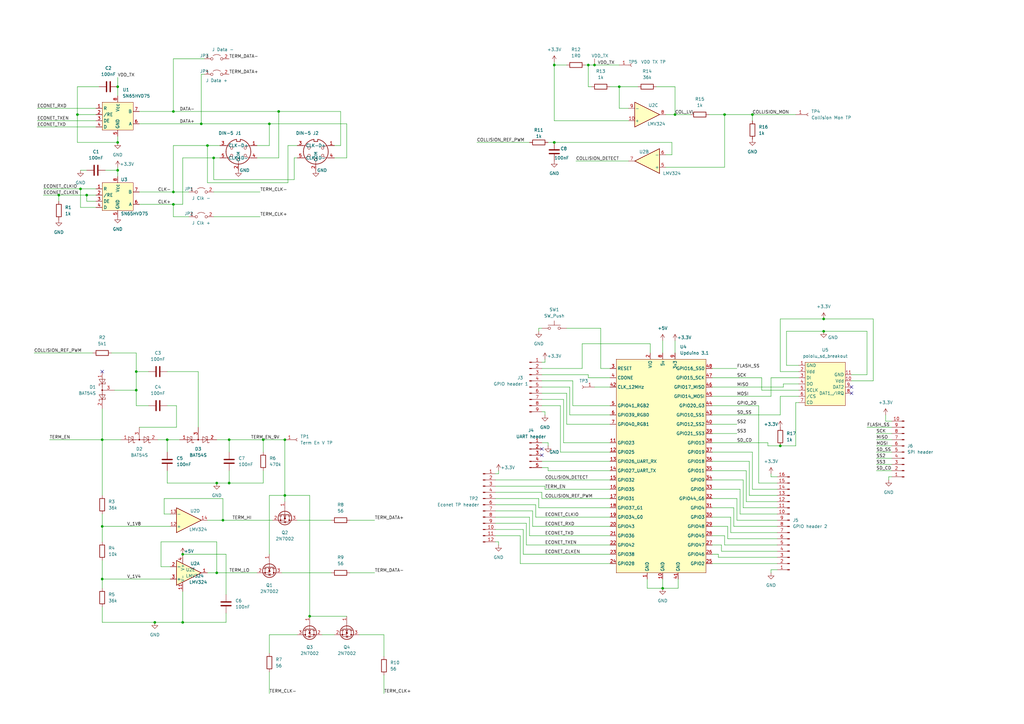
<source format=kicad_sch>
(kicad_sch (version 20211123) (generator eeschema)
  (paper "A3")
  (junction (at 88.9 198.12))
  (junction (at 271.78 241.3))
  (junction (at 116.84 203.2))
  (junction (at 48.26 58.42))
  (junction (at 48.26 69.85))
  (junction (at 91.44 213.36))
  (junction (at 93.98 180.34))
  (junction (at 82.55 50.8))
  (junction (at 55.88 152.4))
  (junction (at 320.04 182.88))
  (junction (at 93.98 198.12))
  (junction (at 243.84 26.67))
  (junction (at 116.84 180.34))
  (junction (at 71.12 83.82))
  (junction (at 227.33 58.42))
  (junction (at 254 35.56))
  (junction (at 227.33 26.67))
  (junction (at 24.13 80.01))
  (junction (at 74.93 255.27))
  (junction (at 68.58 180.34))
  (junction (at 31.75 46.99))
  (junction (at 127 252.73))
  (junction (at 110.49 50.8))
  (junction (at 87.63 64.77))
  (junction (at 337.82 130.81))
  (junction (at 48.26 35.56))
  (junction (at 85.09 59.69))
  (junction (at 114.3 45.72))
  (junction (at 41.91 180.34))
  (junction (at 297.18 46.99))
  (junction (at 337.82 135.89))
  (junction (at 71.12 45.72))
  (junction (at 55.88 160.02))
  (junction (at 276.86 46.99))
  (junction (at 308.61 46.99))
  (junction (at 107.95 180.34))
  (junction (at 33.02 77.47))
  (junction (at 74.93 227.33))
  (junction (at 63.5 255.27))
  (junction (at 241.3 26.67))
  (junction (at 88.9 234.95))
  (junction (at 71.12 78.74))
  (junction (at 41.91 237.49))
  (junction (at 35.56 80.01))
  (junction (at 41.91 215.9))
  (no_connect (at 349.25 161.29))
  (no_connect (at 222.25 184.15))
  (no_connect (at 41.91 152.4))
  (no_connect (at 222.25 186.69))
  (no_connect (at 349.25 158.75))
  (wire (pts (xy 223.52 200.66) (xy 250.19 200.66)))
  (wire (pts (xy 326.39 182.88) (xy 320.04 182.88)))
  (wire (pts (xy 107.95 180.34) (xy 116.84 180.34)))
  (wire (pts (xy 314.96 182.88) (xy 320.04 182.88)))
  (wire (pts (xy 231.14 163.83) (xy 222.25 163.83)))
  (wire (pts (xy 238.76 151.13) (xy 238.76 140.97)))
  (wire (pts (xy 91.44 204.47) (xy 67.31 204.47)))
  (wire (pts (xy 306.07 193.04) (xy 292.1 193.04)))
  (wire (pts (xy 312.42 154.94) (xy 312.42 160.02)))
  (wire (pts (xy 87.63 64.77) (xy 90.17 64.77)))
  (wire (pts (xy 91.44 213.36) (xy 91.44 204.47)))
  (wire (pts (xy 233.68 158.75) (xy 233.68 170.18)))
  (wire (pts (xy 337.82 135.89) (xy 322.58 135.89)))
  (wire (pts (xy 276.86 35.56) (xy 269.24 35.56)))
  (wire (pts (xy 302.26 213.36) (xy 318.77 213.36)))
  (wire (pts (xy 223.52 147.32) (xy 223.52 148.59)))
  (wire (pts (xy 292.1 231.14) (xy 318.77 231.14)))
  (wire (pts (xy 295.91 223.52) (xy 295.91 226.06)))
  (wire (pts (xy 224.79 191.77) (xy 222.25 191.77)))
  (wire (pts (xy 214.63 227.33) (xy 214.63 217.17)))
  (wire (pts (xy 41.91 237.49) (xy 41.91 241.3)))
  (wire (pts (xy 203.2 199.39) (xy 223.52 199.39)))
  (wire (pts (xy 35.56 80.01) (xy 39.37 80.01)))
  (wire (pts (xy 292.1 219.71) (xy 297.18 219.71)))
  (wire (pts (xy 308.61 46.99) (xy 326.39 46.99)))
  (wire (pts (xy 322.58 149.86) (xy 327.66 149.86)))
  (wire (pts (xy 292.1 170.18) (xy 320.04 170.18)))
  (wire (pts (xy 71.12 45.72) (xy 57.15 45.72)))
  (wire (pts (xy 81.28 152.4) (xy 68.58 152.4)))
  (wire (pts (xy 308.61 49.53) (xy 308.61 46.99)))
  (wire (pts (xy 68.58 198.12) (xy 88.9 198.12)))
  (wire (pts (xy 299.72 218.44) (xy 318.77 218.44)))
  (wire (pts (xy 250.19 181.61) (xy 231.14 181.61)))
  (wire (pts (xy 43.18 69.85) (xy 48.26 69.85)))
  (wire (pts (xy 55.88 166.37) (xy 60.96 166.37)))
  (wire (pts (xy 116.84 180.34) (xy 116.84 203.2)))
  (wire (pts (xy 71.12 24.13) (xy 71.12 45.72)))
  (wire (pts (xy 215.9 214.63) (xy 203.2 214.63)))
  (wire (pts (xy 276.86 139.7) (xy 276.86 144.78)))
  (wire (pts (xy 322.58 135.89) (xy 322.58 149.86)))
  (wire (pts (xy 233.68 170.18) (xy 250.19 170.18)))
  (wire (pts (xy 311.15 166.37) (xy 311.15 198.12)))
  (wire (pts (xy 85.09 59.69) (xy 85.09 74.93)))
  (wire (pts (xy 220.98 135.89) (xy 220.98 134.62)))
  (wire (pts (xy 118.11 74.93) (xy 118.11 59.69)))
  (wire (pts (xy 311.15 198.12) (xy 318.77 198.12)))
  (wire (pts (xy 232.41 161.29) (xy 222.25 161.29)))
  (wire (pts (xy 292.1 223.52) (xy 295.91 223.52)))
  (wire (pts (xy 64.77 180.34) (xy 68.58 180.34)))
  (wire (pts (xy 337.82 130.81) (xy 320.04 130.81)))
  (wire (pts (xy 294.64 228.6) (xy 318.77 228.6)))
  (wire (pts (xy 214.63 217.17) (xy 203.2 217.17)))
  (wire (pts (xy 31.75 46.99) (xy 31.75 35.56)))
  (wire (pts (xy 107.95 180.34) (xy 107.95 185.42)))
  (wire (pts (xy 203.2 196.85) (xy 250.19 196.85)))
  (wire (pts (xy 349.25 153.67) (xy 355.6 153.67)))
  (wire (pts (xy 275.59 58.42) (xy 275.59 63.5)))
  (wire (pts (xy 320.04 152.4) (xy 327.66 152.4)))
  (wire (pts (xy 218.44 209.55) (xy 203.2 209.55)))
  (wire (pts (xy 303.53 200.66) (xy 292.1 200.66)))
  (wire (pts (xy 143.51 213.36) (xy 153.67 213.36)))
  (wire (pts (xy 13.97 144.78) (xy 38.1 144.78)))
  (wire (pts (xy 250.19 208.28) (xy 220.98 208.28)))
  (wire (pts (xy 92.71 227.33) (xy 74.93 227.33)))
  (wire (pts (xy 229.87 185.42) (xy 250.19 185.42)))
  (wire (pts (xy 297.18 46.99) (xy 290.83 46.99)))
  (wire (pts (xy 316.23 233.68) (xy 318.77 233.68)))
  (wire (pts (xy 254 35.56) (xy 254 44.45)))
  (wire (pts (xy 224.79 181.61) (xy 224.79 182.88)))
  (wire (pts (xy 55.88 152.4) (xy 55.88 160.02)))
  (wire (pts (xy 92.71 255.27) (xy 92.71 251.46)))
  (wire (pts (xy 292.1 181.61) (xy 314.96 181.61)))
  (wire (pts (xy 41.91 215.9) (xy 69.85 215.9)))
  (wire (pts (xy 292.1 204.47) (xy 302.26 204.47)))
  (wire (pts (xy 292.1 173.99) (xy 302.26 173.99)))
  (wire (pts (xy 87.63 64.77) (xy 87.63 73.66)))
  (wire (pts (xy 316.23 162.56) (xy 316.23 154.94)))
  (wire (pts (xy 91.44 213.36) (xy 111.76 213.36)))
  (wire (pts (xy 57.15 175.26) (xy 72.39 175.26)))
  (wire (pts (xy 365.76 172.72) (xy 363.22 172.72)))
  (wire (pts (xy 41.91 255.27) (xy 63.5 255.27)))
  (wire (pts (xy 355.6 135.89) (xy 337.82 135.89)))
  (wire (pts (xy 303.53 210.82) (xy 303.53 200.66)))
  (wire (pts (xy 234.95 156.21) (xy 234.95 166.37)))
  (wire (pts (xy 241.3 153.67) (xy 241.3 154.94)))
  (wire (pts (xy 195.58 58.42) (xy 217.17 58.42)))
  (wire (pts (xy 232.41 173.99) (xy 232.41 161.29)))
  (wire (pts (xy 71.12 59.69) (xy 85.09 59.69)))
  (wire (pts (xy 15.24 49.53) (xy 39.37 49.53)))
  (wire (pts (xy 223.52 199.39) (xy 223.52 200.66)))
  (wire (pts (xy 82.55 50.8) (xy 82.55 30.48)))
  (wire (pts (xy 48.26 58.42) (xy 48.26 55.88)))
  (wire (pts (xy 41.91 237.49) (xy 69.85 237.49)))
  (wire (pts (xy 273.05 68.58) (xy 297.18 68.58)))
  (wire (pts (xy 67.31 210.82) (xy 69.85 210.82)))
  (wire (pts (xy 88.9 222.25) (xy 66.04 222.25)))
  (wire (pts (xy 24.13 80.01) (xy 24.13 82.55)))
  (wire (pts (xy 240.03 26.67) (xy 241.3 26.67)))
  (wire (pts (xy 241.3 154.94) (xy 250.19 154.94)))
  (wire (pts (xy 227.33 49.53) (xy 257.81 49.53)))
  (wire (pts (xy 276.86 46.99) (xy 276.86 35.56)))
  (wire (pts (xy 33.02 85.09) (xy 39.37 85.09)))
  (wire (pts (xy 219.71 207.01) (xy 203.2 207.01)))
  (wire (pts (xy 304.8 196.85) (xy 292.1 196.85)))
  (wire (pts (xy 142.24 64.77) (xy 137.16 64.77)))
  (wire (pts (xy 355.6 153.67) (xy 355.6 135.89)))
  (wire (pts (xy 223.52 168.91) (xy 222.25 168.91)))
  (wire (pts (xy 110.49 50.8) (xy 142.24 50.8)))
  (wire (pts (xy 93.98 180.34) (xy 93.98 185.42)))
  (wire (pts (xy 229.87 166.37) (xy 229.87 185.42)))
  (wire (pts (xy 364.49 196.85) (xy 364.49 195.58)))
  (wire (pts (xy 298.45 220.98) (xy 298.45 215.9)))
  (wire (pts (xy 127 203.2) (xy 116.84 203.2)))
  (wire (pts (xy 72.39 166.37) (xy 68.58 166.37)))
  (wire (pts (xy 85.09 213.36) (xy 91.44 213.36)))
  (wire (pts (xy 265.43 237.49) (xy 265.43 241.3)))
  (wire (pts (xy 48.26 68.58) (xy 48.26 69.85)))
  (wire (pts (xy 74.93 255.27) (xy 63.5 255.27)))
  (wire (pts (xy 87.63 78.74) (xy 106.68 78.74)))
  (wire (pts (xy 299.72 212.09) (xy 299.72 218.44)))
  (wire (pts (xy 215.9 223.52) (xy 215.9 214.63)))
  (wire (pts (xy 297.18 219.71) (xy 297.18 223.52)))
  (wire (pts (xy 203.2 222.25) (xy 204.47 222.25)))
  (wire (pts (xy 88.9 180.34) (xy 93.98 180.34)))
  (wire (pts (xy 295.91 226.06) (xy 318.77 226.06)))
  (wire (pts (xy 292.1 227.33) (xy 294.64 227.33)))
  (wire (pts (xy 71.12 83.82) (xy 74.93 83.82)))
  (wire (pts (xy 236.22 66.04) (xy 257.81 66.04)))
  (wire (pts (xy 45.72 144.78) (xy 55.88 144.78)))
  (wire (pts (xy 320.04 170.18) (xy 320.04 162.56)))
  (wire (pts (xy 271.78 139.7) (xy 271.78 144.78)))
  (wire (pts (xy 254 35.56) (xy 261.62 35.56)))
  (wire (pts (xy 204.47 222.25) (xy 204.47 223.52)))
  (wire (pts (xy 85.09 234.95) (xy 88.9 234.95)))
  (wire (pts (xy 88.9 234.95) (xy 105.41 234.95)))
  (wire (pts (xy 297.18 223.52) (xy 318.77 223.52)))
  (wire (pts (xy 115.57 234.95) (xy 135.89 234.95)))
  (wire (pts (xy 222.25 204.47) (xy 250.19 204.47)))
  (wire (pts (xy 87.63 73.66) (xy 120.65 73.66)))
  (wire (pts (xy 217.17 219.71) (xy 250.19 219.71)))
  (wire (pts (xy 127 252.73) (xy 127 203.2)))
  (wire (pts (xy 74.93 83.82) (xy 74.93 64.77)))
  (wire (pts (xy 246.38 151.13) (xy 250.19 151.13)))
  (wire (pts (xy 359.41 185.42) (xy 365.76 185.42)))
  (wire (pts (xy 298.45 215.9) (xy 292.1 215.9)))
  (wire (pts (xy 359.41 187.96) (xy 365.76 187.96)))
  (wire (pts (xy 74.93 242.57) (xy 74.93 255.27)))
  (wire (pts (xy 222.25 158.75) (xy 233.68 158.75)))
  (wire (pts (xy 321.31 157.48) (xy 327.66 157.48)))
  (wire (pts (xy 359.41 177.8) (xy 365.76 177.8)))
  (wire (pts (xy 48.26 31.75) (xy 48.26 35.56)))
  (wire (pts (xy 20.32 180.34) (xy 41.91 180.34)))
  (wire (pts (xy 359.41 182.88) (xy 365.76 182.88)))
  (wire (pts (xy 271.78 237.49) (xy 271.78 241.3)))
  (wire (pts (xy 355.6 175.26) (xy 365.76 175.26)))
  (wire (pts (xy 214.63 227.33) (xy 250.19 227.33)))
  (wire (pts (xy 142.24 50.8) (xy 142.24 64.77)))
  (wire (pts (xy 71.12 78.74) (xy 71.12 59.69)))
  (wire (pts (xy 318.77 205.74) (xy 306.07 205.74)))
  (wire (pts (xy 232.41 134.62) (xy 246.38 134.62)))
  (wire (pts (xy 41.91 180.34) (xy 41.91 203.2)))
  (wire (pts (xy 31.75 35.56) (xy 40.64 35.56)))
  (wire (pts (xy 82.55 50.8) (xy 110.49 50.8)))
  (wire (pts (xy 316.23 195.58) (xy 318.77 195.58)))
  (wire (pts (xy 33.02 77.47) (xy 39.37 77.47)))
  (wire (pts (xy 358.14 156.21) (xy 358.14 130.81)))
  (wire (pts (xy 41.91 248.92) (xy 41.91 255.27)))
  (wire (pts (xy 326.39 165.1) (xy 326.39 182.88)))
  (wire (pts (xy 227.33 26.67) (xy 227.33 49.53)))
  (wire (pts (xy 85.09 74.93) (xy 118.11 74.93)))
  (wire (pts (xy 105.41 64.77) (xy 114.3 64.77)))
  (wire (pts (xy 266.7 140.97) (xy 266.7 144.78)))
  (wire (pts (xy 203.2 201.93) (xy 222.25 201.93)))
  (wire (pts (xy 110.49 227.33) (xy 110.49 203.2)))
  (wire (pts (xy 306.07 205.74) (xy 306.07 193.04)))
  (wire (pts (xy 48.26 58.42) (xy 31.75 58.42)))
  (wire (pts (xy 327.66 165.1) (xy 326.39 165.1)))
  (wire (pts (xy 363.22 172.72) (xy 363.22 170.18)))
  (wire (pts (xy 74.93 255.27) (xy 92.71 255.27)))
  (wire (pts (xy 68.58 180.34) (xy 73.66 180.34)))
  (wire (pts (xy 217.17 212.09) (xy 203.2 212.09)))
  (wire (pts (xy 292.1 151.13) (xy 302.26 151.13)))
  (wire (pts (xy 132.08 260.35) (xy 137.16 260.35)))
  (wire (pts (xy 292.1 166.37) (xy 311.15 166.37)))
  (wire (pts (xy 308.61 46.99) (xy 297.18 46.99)))
  (wire (pts (xy 114.3 45.72) (xy 139.7 45.72)))
  (wire (pts (xy 321.31 158.75) (xy 321.31 157.48)))
  (wire (pts (xy 157.48 269.24) (xy 157.48 260.35)))
  (wire (pts (xy 110.49 275.59) (xy 110.49 284.48)))
  (wire (pts (xy 121.92 213.36) (xy 135.89 213.36)))
  (wire (pts (xy 359.41 190.5) (xy 365.76 190.5)))
  (wire (pts (xy 273.05 46.99) (xy 276.86 46.99)))
  (wire (pts (xy 77.47 88.9) (xy 71.12 88.9)))
  (wire (pts (xy 41.91 215.9) (xy 41.91 222.25)))
  (wire (pts (xy 31.75 58.42) (xy 31.75 46.99)))
  (wire (pts (xy 88.9 234.95) (xy 88.9 222.25)))
  (wire (pts (xy 110.49 50.8) (xy 110.49 59.69)))
  (wire (pts (xy 41.91 167.64) (xy 41.91 180.34)))
  (wire (pts (xy 316.23 154.94) (xy 327.66 154.94)))
  (wire (pts (xy 81.28 175.26) (xy 81.28 152.4)))
  (wire (pts (xy 157.48 260.35) (xy 147.32 260.35)))
  (wire (pts (xy 15.24 52.07) (xy 39.37 52.07)))
  (wire (pts (xy 250.19 193.04) (xy 224.79 193.04)))
  (wire (pts (xy 31.75 46.99) (xy 39.37 46.99)))
  (wire (pts (xy 66.04 222.25) (xy 66.04 232.41)))
  (wire (pts (xy 93.98 198.12) (xy 93.98 193.04)))
  (wire (pts (xy 292.1 162.56) (xy 316.23 162.56)))
  (wire (pts (xy 57.15 83.82) (xy 71.12 83.82)))
  (wire (pts (xy 308.61 200.66) (xy 308.61 185.42)))
  (wire (pts (xy 143.51 234.95) (xy 153.67 234.95)))
  (wire (pts (xy 231.14 181.61) (xy 231.14 163.83)))
  (wire (pts (xy 203.2 194.31) (xy 204.47 194.31)))
  (wire (pts (xy 120.65 64.77) (xy 121.92 64.77)))
  (wire (pts (xy 92.71 243.84) (xy 92.71 227.33)))
  (wire (pts (xy 118.11 59.69) (xy 121.92 59.69)))
  (wire (pts (xy 110.49 267.97) (xy 110.49 260.35)))
  (wire (pts (xy 83.82 24.13) (xy 71.12 24.13)))
  (wire (pts (xy 110.49 260.35) (xy 121.92 260.35)))
  (wire (pts (xy 213.36 231.14) (xy 213.36 219.71)))
  (wire (pts (xy 93.98 180.34) (xy 107.95 180.34)))
  (wire (pts (xy 292.1 158.75) (xy 321.31 158.75)))
  (wire (pts (xy 68.58 185.42) (xy 68.58 180.34)))
  (wire (pts (xy 314.96 181.61) (xy 314.96 182.88)))
  (wire (pts (xy 224.79 193.04) (xy 224.79 191.77)))
  (wire (pts (xy 318.77 220.98) (xy 298.45 220.98)))
  (wire (pts (xy 254 44.45) (xy 257.81 44.45)))
  (wire (pts (xy 292.1 189.23) (xy 307.34 189.23)))
  (wire (pts (xy 232.41 26.67) (xy 227.33 26.67)))
  (wire (pts (xy 82.55 30.48) (xy 83.82 30.48)))
  (wire (pts (xy 220.98 204.47) (xy 203.2 204.47)))
  (wire (pts (xy 33.02 77.47) (xy 33.02 85.09)))
  (wire (pts (xy 308.61 185.42) (xy 292.1 185.42)))
  (wire (pts (xy 294.64 227.33) (xy 294.64 228.6)))
  (wire (pts (xy 238.76 140.97) (xy 266.7 140.97)))
  (wire (pts (xy 35.56 80.01) (xy 35.56 82.55)))
  (wire (pts (xy 223.52 170.18) (xy 223.52 168.91)))
  (wire (pts (xy 139.7 59.69) (xy 137.16 59.69)))
  (wire (pts (xy 87.63 88.9) (xy 106.68 88.9)))
  (wire (pts (xy 127 252.73) (xy 142.24 252.73)))
  (wire (pts (xy 48.26 35.56) (xy 48.26 39.37)))
  (wire (pts (xy 241.3 26.67) (xy 243.84 26.67)))
  (wire (pts (xy 72.39 175.26) (xy 72.39 166.37)))
  (wire (pts (xy 71.12 88.9) (xy 71.12 83.82)))
  (wire (pts (xy 71.12 78.74) (xy 77.47 78.74)))
  (wire (pts (xy 66.04 232.41) (xy 69.85 232.41)))
  (wire (pts (xy 250.19 35.56) (xy 254 35.56)))
  (wire (pts (xy 114.3 45.72) (xy 71.12 45.72)))
  (wire (pts (xy 292.1 212.09) (xy 299.72 212.09)))
  (wire (pts (xy 217.17 219.71) (xy 217.17 212.09)))
  (wire (pts (xy 110.49 59.69) (xy 105.41 59.69)))
  (wire (pts (xy 24.13 80.01) (xy 35.56 80.01)))
  (wire (pts (xy 48.26 69.85) (xy 48.26 72.39)))
  (wire (pts (xy 271.78 241.3) (xy 278.13 241.3)))
  (wire (pts (xy 110.49 203.2) (xy 116.84 203.2)))
  (wire (pts (xy 220.98 134.62) (xy 222.25 134.62)))
  (wire (pts (xy 60.96 152.4) (xy 55.88 152.4)))
  (wire (pts (xy 300.99 215.9) (xy 300.99 208.28)))
  (wire (pts (xy 35.56 82.55) (xy 39.37 82.55)))
  (wire (pts (xy 265.43 241.3) (xy 271.78 241.3)))
  (wire (pts (xy 49.53 180.34) (xy 41.91 180.34)))
  (wire (pts (xy 318.77 215.9) (xy 300.99 215.9)))
  (wire (pts (xy 74.93 64.77) (xy 87.63 64.77)))
  (wire (pts (xy 292.1 154.94) (xy 312.42 154.94)))
  (wire (pts (xy 312.42 160.02) (xy 327.66 160.02)))
  (wire (pts (xy 41.91 210.82) (xy 41.91 215.9)))
  (wire (pts (xy 219.71 212.09) (xy 219.71 207.01)))
  (wire (pts (xy 57.15 50.8) (xy 82.55 50.8)))
  (wire (pts (xy 17.78 80.01) (xy 24.13 80.01)))
  (wire (pts (xy 15.24 44.45) (xy 39.37 44.45)))
  (wire (pts (xy 215.9 223.52) (xy 250.19 223.52)))
  (wire (pts (xy 243.84 26.67) (xy 254 26.67)))
  (wire (pts (xy 68.58 193.04) (xy 68.58 198.12)))
  (wire (pts (xy 278.13 241.3) (xy 278.13 237.49)))
  (wire (pts (xy 218.44 215.9) (xy 218.44 209.55)))
  (wire (pts (xy 349.25 156.21) (xy 358.14 156.21)))
  (wire (pts (xy 120.65 73.66) (xy 120.65 64.77)))
  (wire (pts (xy 227.33 58.42) (xy 275.59 58.42)))
  (wire (pts (xy 364.49 195.58) (xy 365.76 195.58)))
  (wire (pts (xy 292.1 177.8) (xy 302.26 177.8)))
  (wire (pts (xy 316.23 194.31) (xy 316.23 195.58)))
  (wire (pts (xy 307.34 189.23) (xy 307.34 203.2)))
  (wire (pts (xy 157.48 276.86) (xy 157.48 284.48)))
  (wire (pts (xy 55.88 144.78) (xy 55.88 152.4)))
  (wire (pts (xy 300.99 208.28) (xy 292.1 208.28)))
  (wire (pts (xy 219.71 212.09) (xy 250.19 212.09)))
  (wire (pts (xy 222.25 151.13) (xy 238.76 151.13)))
  (wire (pts (xy 222.25 181.61) (xy 224.79 181.61)))
  (wire (pts (xy 46.99 160.02) (xy 55.88 160.02)))
  (wire (pts (xy 57.15 78.74) (xy 71.12 78.74)))
  (wire (pts (xy 213.36 219.71) (xy 203.2 219.71)))
  (wire (pts (xy 276.86 46.99) (xy 283.21 46.99)))
  (wire (pts (xy 222.25 153.67) (xy 241.3 153.67)))
  (wire (pts (xy 234.95 166.37) (xy 250.19 166.37)))
  (wire (pts (xy 275.59 63.5) (xy 273.05 63.5)))
  (wire (pts (xy 55.88 160.02) (xy 55.88 166.37)))
  (wire (pts (xy 320.04 130.81) (xy 320.04 152.4)))
  (wire (pts (xy 88.9 198.12) (xy 93.98 198.12)))
  (wire (pts (xy 359.41 180.34) (xy 365.76 180.34)))
  (wire (pts (xy 114.3 64.77) (xy 114.3 45.72)))
  (wire (pts (xy 93.98 198.12) (xy 107.95 198.12)))
  (wire (pts (xy 318.77 208.28) (xy 304.8 208.28)))
  (wire (pts (xy 223.52 148.59) (xy 222.25 148.59)))
  (wire (pts (xy 318.77 200.66) (xy 308.61 200.66)))
  (wire (pts (xy 41.91 229.87) (xy 41.91 237.49)))
  (wire (pts (xy 250.19 231.14) (xy 213.36 231.14)))
  (wire (pts (xy 218.44 215.9) (xy 250.19 215.9)))
  (wire (pts (xy 241.3 35.56) (xy 242.57 35.56)))
  (wire (pts (xy 224.79 58.42) (xy 227.33 58.42)))
  (wire (pts (xy 297.18 68.58) (xy 297.18 46.99)))
  (wire (pts (xy 204.47 194.31) (xy 204.47 193.04)))
  (wire (pts (xy 222.25 166.37) (xy 229.87 166.37)))
  (wire (pts (xy 243.84 158.75) (xy 250.19 158.75)))
  (wire (pts (xy 358.14 130.81) (xy 337.82 130.81)))
  (wire (pts (xy 241.3 26.67) (xy 241.3 35.56)))
  (wire (pts (xy 222.25 201.93) (xy 222.25 204.47)))
  (wire (pts (xy 17.78 77.47) (xy 33.02 77.47)))
  (wire (pts (xy 222.25 156.21) (xy 234.95 156.21)))
  (wire (pts (xy 33.02 69.85) (xy 35.56 69.85)))
  (wire (pts (xy 316.23 234.95) (xy 316.23 233.68)))
  (wire (pts (xy 222.25 189.23) (xy 250.19 189.23)))
  (wire (pts (xy 246.38 134.62) (xy 246.38 151.13)))
  (wire (pts (xy 250.19 173.99) (xy 232.41 173.99)))
  (wire (pts (xy 359.41 193.04) (xy 365.76 193.04)))
  (wire (pts (xy 304.8 208.28) (xy 304.8 196.85)))
  (wire (pts (xy 67.31 204.47) (xy 67.31 210.82)))
  (wire (pts (xy 320.04 162.56) (xy 327.66 162.56)))
  (wire (pts (xy 220.98 208.28) (xy 220.98 204.47)))
  (wire (pts (xy 318.77 210.82) (xy 303.53 210.82)))
  (wire (pts (xy 107.95 198.12) (xy 107.95 193.04)))
  (wire (pts (xy 307.34 203.2) (xy 318.77 203.2)))
  (wire (pts (xy 302.26 204.47) (xy 302.26 213.36)))
  (wire (pts (xy 85.09 59.69) (xy 90.17 59.69)))
  (wire (pts (xy 116.84 203.2) (xy 116.84 205.74)))
  (wire (pts (xy 139.7 45.72) (xy 139.7 59.69)))
  (wire (pts (xy 227.33 26.67) (xy 227.33 25.4)))
  (label "MOSI" (at 302.26 162.56 0))
  (label "COLLISION_DETECT" (at 223.52 196.85 0))
  (label "TERM_LO" (at 93.98 234.95 0))
  (label "FLASH_SS" (at 302.26 151.13 0))
  (label "DATA+" (at 73.66 50.8 0))
  (label "ECONET_CLKEN" (at 17.78 80.01 0))
  (label "ECONET_CLKIO" (at 17.78 77.47 0))
  (label "SS3" (at 359.41 190.5 0))
  (label "V_1V4" (at 52.07 237.49 0))
  (label "TERM_CLK+" (at 106.68 88.9 0))
  (label "COLLISION_REF_PWM" (at 223.52 204.47 0))
  (label "VDD_TX" (at 48.26 31.75 0))
  (label "ECONET_TXD" (at 15.24 52.07 0))
  (label "TERM_DATA-" (at 153.67 234.95 0))
  (label "ECONET_RXD" (at 15.24 44.45 0))
  (label "SS3" (at 302.26 177.8 0))
  (label "SD_SS" (at 302.26 170.18 0))
  (label "TERM_EN" (at 20.32 180.34 0))
  (label "TERM_CLK-" (at 110.49 284.48 0))
  (label "TERM_CLK+" (at 157.48 284.48 0))
  (label "MOSI" (at 359.41 182.88 0))
  (label "COLLISION_REF_PWM" (at 195.58 58.42 0))
  (label "ECONET_TXEN" (at 15.24 49.53 0))
  (label "DATA-" (at 73.66 45.72 0))
  (label "COL_LVL" (at 276.86 46.99 0))
  (label "TERM_EN" (at 223.52 200.66 0))
  (label "SD_CD" (at 359.41 193.04 0))
  (label "COLLISION_MON" (at 308.61 46.99 0))
  (label "SS2" (at 302.26 173.99 0))
  (label "TERM_HI" (at 95.25 213.36 0))
  (label "SD_SS" (at 359.41 185.42 0))
  (label "TERM_CLK-" (at 106.68 78.74 0))
  (label "ECONET_TXEN" (at 223.52 223.52 0))
  (label "SCK" (at 359.41 177.8 0))
  (label "MISO" (at 302.26 158.75 0))
  (label "MISO" (at 359.41 180.34 0))
  (label "ECONET_CLKIO" (at 223.52 212.09 0))
  (label "GPIO_20" (at 302.26 166.37 0))
  (label "SS2" (at 359.41 187.96 0))
  (label "TERM_EN_9V" (at 102.87 180.34 0))
  (label "ECONET_TXD" (at 223.52 219.71 0))
  (label "CLK-" (at 64.77 78.74 0))
  (label "V_1V8" (at 52.07 215.9 0))
  (label "FLASH_SS" (at 355.6 175.26 0))
  (label "COLLISION_DETECT" (at 236.22 66.04 0))
  (label "ECONET_CLKEN" (at 223.52 227.33 0))
  (label "TERM_DATA+" (at 153.67 213.36 0))
  (label "TERM_DATA-" (at 93.98 24.13 0))
  (label "ECONET_RXD" (at 223.52 215.9 0))
  (label "SCK" (at 302.26 154.94 0))
  (label "CLK+" (at 64.77 83.82 0))
  (label "VDD_TX" (at 245.11 26.67 0))
  (label "COLLISION_REF_PWM" (at 13.97 144.78 0))
  (label "SD_CD" (at 302.26 181.61 0))
  (label "TERM_DATA+" (at 93.98 30.48 0))
  (symbol (lib_id "Device:R") (at 107.95 189.23 0) (unit 1)
    (property "Reference" "R6" (at 110.49 187.9599 0) (effects (justify left)))
    (property "Value" "470k" (at 110.49 190.4999 0) (effects (justify left)))
    (property "Footprint" "Resistor_SMD:R_0603_1608Metric_Pad0.98x0.95mm_HandSolder" (effects hide))
  )
  (symbol (lib_id "filestick_ic_lib:Upduino 3.1") (at 271.78 135.89 0) (unit 1)
    (property "Reference" "U4" (at 278.8794 142.24 0) (effects (justify left)))
    (property "Value" "Upduino 3.1" (at 278.8794 144.78 0) (effects (justify left)))
    (property "Footprint" "Package_DIP:DIP-48_W15.24mm_Socket" (effects hide))
  )
  (symbol (lib_id "power:GND") (at 97.79 69.85 0) (unit 1)
    (property "Reference" "#PWR09" (effects hide))
    (property "Value" "GND" (at 100.33 69.85 0))
  )
  (symbol (lib_id "Device:R") (at 41.91 207.01 0) (unit 1)
    (property "Reference" "R3" (at 44.45 205.7399 0) (effects (justify left)))
    (property "Value" "36k" (at 44.45 208.2799 0) (effects (justify left)))
    (property "Footprint" "Resistor_SMD:R_0603_1608Metric_Pad0.98x0.95mm_HandSolder" (effects hide))
  )
  (symbol (lib_id "power:GND") (at 88.9 198.12 0) (unit 1)
    (property "Reference" "#PWR08" (effects hide))
    (property "Value" "GND" (at 88.9 203.2 0))
  )
  (symbol (lib_id "Device:R") (at 24.13 86.36 0) (unit 1)
    (property "Reference" "R1" (at 26.67 85.0899 0) (effects (justify left)))
    (property "Value" "1k" (at 26.67 87.6299 0) (effects (justify left)))
    (property "Footprint" "Resistor_SMD:R_0603_1608Metric_Pad0.98x0.95mm_HandSolder" (effects hide))
  )
  (symbol (lib_id "Switch:SW_Push") (at 227.33 134.62 0) (unit 1)
    (property "Reference" "SW1" (at 227.33 127 0))
    (property "Value" "SW_Push" (at 227.33 129.54 0))
    (property "Footprint" "Button_Switch_THT:SW_PUSH_6mm" (effects hide))
  )
  (symbol (lib_id "Device:R") (at 41.91 245.11 0) (unit 1)
    (property "Reference" "R5" (at 44.45 243.8399 0) (effects (justify left)))
    (property "Value" "36k" (at 44.45 246.3799 0) (effects (justify left)))
    (property "Footprint" "Resistor_SMD:R_0603_1608Metric_Pad0.98x0.95mm_HandSolder" (effects hide))
  )
  (symbol (lib_id "filestick_ic_lib:VDD_TX") (at 243.84 22.86 0) (unit 1) (in_bom no) (on_board no)
    (property "Reference" "#V0101" (effects hide))
    (property "Value" "VDD_TX" (at 242.57 22.86 0) (effects (justify left)))
  )
  (symbol (lib_id "Jumper:Jumper_2_Open") (at 88.9 30.48 0) (unit 1)
    (property "Reference" "JP4" (at 83.82 29.21 0))
    (property "Value" "J Data +" (at 88.9 33.02 0))
    (property "Footprint" "Connector_PinHeader_2.54mm:PinHeader_1x02_P2.54mm_Vertical" (effects hide))
  )
  (symbol (lib_id "Device:R") (at 41.91 144.78 90) (unit 1)
    (property "Reference" "R2" (at 41.91 138.43 90))
    (property "Value" "5k1" (at 41.91 140.97 90))
    (property "Footprint" "Resistor_SMD:R_0603_1608Metric_Pad0.98x0.95mm_HandSolder" (effects hide))
  )
  (symbol (lib_id "Connector:Conn_01x12_Male") (at 198.12 207.01 0) (unit 1)
    (property "Reference" "TP2" (at 194.31 204.47 0))
    (property "Value" "Econet TP header" (at 187.96 207.01 0))
    (property "Footprint" "Connector_PinHeader_2.54mm:PinHeader_1x12_P2.54mm_Vertical" (effects hide))
  )
  (symbol (lib_id "Device:R") (at 246.38 35.56 90) (unit 1)
    (property "Reference" "R13" (at 246.38 29.21 90))
    (property "Value" "1k" (at 246.38 31.75 90))
    (property "Footprint" "Resistor_SMD:R_0603_1608Metric_Pad0.98x0.95mm_HandSolder" (effects hide))
  )
  (symbol (lib_id "Device:R") (at 236.22 26.67 90) (unit 1)
    (property "Reference" "R12" (at 236.22 20.32 90))
    (property "Value" "1R0" (at 236.22 22.86 90))
    (property "Footprint" "Resistor_SMD:R_0603_1608Metric_Pad0.98x0.95mm_HandSolder" (effects hide))
  )
  (symbol (lib_id "power:GND") (at 24.13 90.17 0) (unit 1)
    (property "Reference" "#PWR01" (effects hide))
    (property "Value" "GND" (at 24.13 95.25 0))
  )
  (symbol (lib_id "power:+3.3V") (at 363.22 170.18 0) (unit 1)
    (property "Reference" "#PWR028" (effects hide))
    (property "Value" "+3.3V" (at 363.22 165.1 0))
  )
  (symbol (lib_id "Amplifier_Operational:LMV324") (at 265.43 46.99 0) (mirror x) (unit 3)
    (property "Reference" "U2" (at 267.97 43.18 0))
    (property "Value" "LMV324" (at 269.24 50.8 0))
    (property "Footprint" "Package_SO:SOIC-14_3.9x8.7mm_P1.27mm" (effects hide))
    (property "Datasheet" "http://www.ti.com/lit/ds/symlink/lmv324.pdf" (effects hide))
  )
  (symbol (lib_id "Diode:BAT54S") (at 41.91 160.02 90) (mirror x) (unit 1)
    (property "Reference" "D1" (at 39.37 158.7499 90) (effects (justify left)))
    (property "Value" "BAT54S" (at 39.37 161.2899 90) (effects (justify left)))
    (property "Footprint" "Package_TO_SOT_SMD:SOT-23" (effects hide))
    (property "Datasheet" "https://www.diodes.com/assets/Datasheets/ds11005.pdf" (effects hide))
  )
  (symbol (lib_id "Connector:Conn_01x01_Female") (at 238.76 158.75 180) (unit 1)
    (property "Reference" "TP3" (at 239.395 156.21 0))
    (property "Value" "Conn_01x01_Female" (effects hide))
    (property "Footprint" "Connector_PinHeader_2.54mm:PinHeader_1x01_P2.54mm_Vertical" (effects hide))
  )
  (symbol (lib_id "power:+3.3V") (at 223.52 147.32 0) (unit 1)
    (property "Reference" "#PWR014" (effects hide))
    (property "Value" "+3.3V" (at 227.33 146.05 0))
  )
  (symbol (lib_id "Device:R") (at 139.7 234.95 90) (unit 1)
    (property "Reference" "R9" (at 139.7 228.6 90))
    (property "Value" "56" (at 139.7 231.14 90))
    (property "Footprint" "Resistor_SMD:R_0603_1608Metric_Pad0.98x0.95mm_HandSolder" (effects hide))
  )
  (symbol (lib_id "power:GND") (at 224.79 182.88 0) (unit 1)
    (property "Reference" "#PWR016" (effects hide))
    (property "Value" "GND" (at 227.33 185.42 0))
  )
  (symbol (lib_id "Amplifier_Operational:LMV324") (at 77.47 234.95 0) (unit 5)
    (property "Reference" "U2" (at 76.2 233.6799 0) (effects (justify left)))
    (property "Value" "LMV324" (at 76.2 236.2199 0) (effects (justify left)))
    (property "Footprint" "Package_SO:SOIC-14_3.9x8.7mm_P1.27mm" (effects hide))
    (property "Datasheet" "http://www.ti.com/lit/ds/symlink/lmv324.pdf" (effects hide))
  )
  (symbol (lib_id "power:GND") (at 364.49 196.85 0) (unit 1)
    (property "Reference" "#PWR029" (effects hide))
    (property "Value" "GND" (at 364.49 201.93 0))
  )
  (symbol (lib_id "power:GND") (at 271.78 241.3 0) (unit 1)
    (property "Reference" "#PWR020" (effects hide))
    (property "Value" "GND" (at 271.78 246.38 0))
  )
  (symbol (lib_id "Device:C") (at 93.98 189.23 0) (unit 1)
    (property "Reference" "C7" (at 97.79 187.9599 0) (effects (justify left)))
    (property "Value" "100nF" (at 97.79 190.4999 0) (effects (justify left)))
    (property "Footprint" "Capacitor_SMD:C_0603_1608Metric_Pad1.08x0.95mm_HandSolder" (effects hide))
  )
  (symbol (lib_id "Device:C") (at 92.71 247.65 0) (unit 1)
    (property "Reference" "C6" (at 96.52 246.3799 0) (effects (justify left)))
    (property "Value" "100nF" (at 96.52 248.9199 0) (effects (justify left)))
    (property "Footprint" "Capacitor_SMD:C_0603_1608Metric_Pad1.08x0.95mm_HandSolder" (effects hide))
  )
  (symbol (lib_id "power:GND") (at 48.26 58.42 0) (unit 1)
    (property "Reference" "#PWR03" (effects hide))
    (property "Value" "GND" (at 48.26 63.5 0))
  )
  (symbol (lib_id "Device:R") (at 265.43 35.56 90) (unit 1)
    (property "Reference" "R14" (at 265.43 29.21 90))
    (property "Value" "36k" (at 265.43 31.75 90))
    (property "Footprint" "Resistor_SMD:R_0603_1608Metric_Pad0.98x0.95mm_HandSolder" (effects hide))
  )
  (symbol (lib_id "Transistor_FET:2N7002") (at 110.49 232.41 270) (unit 1)
    (property "Reference" "Q1" (at 110.49 240.03 90))
    (property "Value" "2N7002" (at 110.49 242.57 90))
    (property "Footprint" "Package_TO_SOT_SMD:SOT-23" (effects hide))
    (property "Datasheet" "https://www.onsemi.com/pub/Collateral/NDS7002A-D.PDF" (effects hide))
  )
  (symbol (lib_id "power:+3.3V") (at 204.47 193.04 0) (unit 1)
    (property "Reference" "#PWR011" (effects hide))
    (property "Value" "+3.3V" (at 208.28 191.77 0))
  )
  (symbol (lib_id "Jumper:Jumper_2_Open") (at 82.55 88.9 0) (unit 1)
    (property "Reference" "JP2" (at 77.47 87.63 0))
    (property "Value" "J Clk +" (at 82.55 91.44 0))
    (property "Footprint" "Connector_PinHeader_2.54mm:PinHeader_1x02_P2.54mm_Vertical" (effects hide))
  )
  (symbol (lib_id "Device:C") (at 68.58 189.23 0) (unit 1)
    (property "Reference" "C5" (at 72.39 187.9599 0) (effects (justify left)))
    (property "Value" "100nF" (at 72.39 190.4999 0) (effects (justify left)))
    (property "Footprint" "Capacitor_SMD:C_0603_1608Metric_Pad1.08x0.95mm_HandSolder" (effects hide))
  )
  (symbol (lib_id "Connector:DIN-5") (at 97.79 58.42 0) (unit 1)
    (property "Reference" "J1" (at 97.7899 54.61 0))
    (property "Value" "DIN-5" (at 92.71 54.61 0))
    (property "Footprint" "filestick-footprints:Lumberg_DIN41524_5pin" (effects hide))
    (property "Datasheet" "http://www.mouser.com/ds/2/18/40_c091_abd_e-75918.pdf" (effects hide))
  )
  (symbol (lib_id "filestick_ic_lib:SN65HVD75") (at 48.26 73.66 0) (unit 1)
    (property "Reference" "U3" (at 49.53 73.66 0) (effects (justify left)))
    (property "Value" "SN65HVD75" (at 49.53 87.63 0) (effects (justify left)))
    (property "Footprint" "Package_SO:SO-8_5.3x6.2mm_P1.27mm" (effects hide))
    (property "Datasheet" "https://www.ti.com/lit/ds/symlink/sn65hvd75.pdf?ts=1710589260916&ref_url=https%253A%252F%252Fwww.ti.com%252Fproduct%252FSN65HVD75" (effects hide))
  )
  (symbol (lib_id "power:GND") (at 227.33 66.04 0) (unit 1)
    (property "Reference" "#PWR018" (effects hide))
    (property "Value" "GND" (at 227.33 71.12 0))
  )
  (symbol (lib_id "Connector:Conn_01x05_Male") (at 217.17 186.69 0) (unit 1)
    (property "Reference" "J4" (at 217.805 176.53 0))
    (property "Value" "UART header" (at 217.805 179.07 0))
    (property "Footprint" "Connector_PinHeader_2.54mm:PinHeader_1x05_P2.54mm_Vertical" (effects hide))
  )
  (symbol (lib_id "Device:R") (at 110.49 271.78 0) (unit 1)
    (property "Reference" "R7" (at 113.03 270.5099 0) (effects (justify left)))
    (property "Value" "56" (at 113.03 273.0499 0) (effects (justify left)))
    (property "Footprint" "Resistor_SMD:R_0603_1608Metric_Pad0.98x0.95mm_HandSolder" (effects hide))
  )
  (symbol (lib_id "Jumper:Jumper_2_Open") (at 88.9 24.13 0) (unit 1)
    (property "Reference" "JP3" (at 83.82 22.86 0))
    (property "Value" "J Data -" (at 91.44 20.32 0))
    (property "Footprint" "Connector_PinHeader_2.54mm:PinHeader_1x02_P2.54mm_Vertical" (effects hide))
  )
  (symbol (lib_id "Device:C") (at 64.77 166.37 90) (unit 1)
    (property "Reference" "C4" (at 64.77 158.75 90))
    (property "Value" "100nF" (at 64.77 161.29 90))
    (property "Footprint" "Capacitor_SMD:C_0603_1608Metric_Pad1.08x0.95mm_HandSolder" (effects hide))
  )
  (symbol (lib_id "power:+3.3V") (at 337.82 130.81 0) (unit 1)
    (property "Reference" "#PWR026" (effects hide))
    (property "Value" "+3.3V" (at 337.82 125.73 0))
  )
  (symbol (lib_id "Transistor_FET:2N7002") (at 127 257.81 90) (mirror x) (unit 1)
    (property "Reference" "Q3" (at 127 265.43 90))
    (property "Value" "2N7002" (at 127 267.97 90))
    (property "Footprint" "Package_TO_SOT_SMD:SOT-23" (effects hide))
    (property "Datasheet" "https://www.onsemi.com/pub/Collateral/NDS7002A-D.PDF" (effects hide))
  )
  (symbol (lib_id "power:+3.3V") (at 48.26 68.58 0) (unit 1)
    (property "Reference" "#PWR04" (effects hide))
    (property "Value" "+3.3V" (at 52.07 67.31 0))
  )
  (symbol (lib_id "power:+3.3V") (at 276.86 139.7 0) (unit 1)
    (property "Reference" "#PWR021" (effects hide))
    (property "Value" "+3.3V" (at 280.67 138.43 0))
  )
  (symbol (lib_id "power:+3.3V") (at 227.33 25.4 0) (unit 1)
    (property "Reference" "#PWR017" (effects hide))
    (property "Value" "+3.3V" (at 227.33 20.32 0))
  )
  (symbol (lib_id "power:GND") (at 63.5 255.27 0) (unit 1)
    (property "Reference" "#PWR06" (effects hide))
    (property "Value" "GND" (at 63.5 260.35 0))
  )
  (symbol (lib_id "filestick_ic_lib:pololu_sd_breakout") (at 339.09 146.05 0) (unit 1)
    (property "Reference" "U5" (at 338.455 143.51 0))
    (property "Value" "pololu_sd_breakout" (at 338.455 146.05 0))
    (property "Footprint" "filestick-footprints:pololu_sd_card" (effects hide))
  )
  (symbol (lib_id "power:GND") (at 337.82 135.89 0) (unit 1)
    (property "Reference" "#PWR027" (effects hide))
    (property "Value" "GND" (at 341.63 138.43 0))
  )
  (symbol (lib_id "Connector:DIN-5") (at 129.54 58.42 0) (unit 1)
    (property "Reference" "J2" (at 129.5399 54.61 0))
    (property "Value" "DIN-5" (at 124.46 54.61 0))
    (property "Footprint" "filestick-footprints:Lumberg_DIN41524_5pin" (effects hide))
    (property "Datasheet" "http://www.mouser.com/ds/2/18/40_c091_abd_e-75918.pdf" (effects hide))
  )
  (symbol (lib_id "Connector:Conn_01x09_Male") (at 217.17 158.75 0) (unit 1)
    (property "Reference" "J3" (at 213.36 154.94 0))
    (property "Value" "GPIO header 1" (at 209.55 157.48 0))
    (property "Footprint" "Connector_PinHeader_2.54mm:PinHeader_1x09_P2.54mm_Vertical" (effects hide))
  )
  (symbol (lib_id "power:+5V") (at 74.93 227.33 0) (unit 1)
    (property "Reference" "#PWR07" (effects hide))
    (property "Value" "+5V" (at 77.47 226.06 0))
  )
  (symbol (lib_id "Jumper:Jumper_2_Open") (at 82.55 78.74 0) (unit 1)
    (property "Reference" "JP1" (at 77.47 77.47 0))
    (property "Value" "J Clk -" (at 82.55 81.28 0))
    (property "Footprint" "Connector_PinHeader_2.54mm:PinHeader_1x02_P2.54mm_Vertical" (effects hide))
  )
  (symbol (lib_id "Device:R") (at 320.04 179.07 0) (unit 1)
    (property "Reference" "R17" (at 322.58 177.7999 0) (effects (justify left)))
    (property "Value" "1k" (at 322.58 180.3399 0) (effects (justify left)))
    (property "Footprint" "Resistor_SMD:R_0603_1608Metric_Pad0.98x0.95mm_HandSolder" (effects hide))
  )
  (symbol (lib_id "Device:R") (at 41.91 226.06 0) (unit 1)
    (property "Reference" "R4" (at 44.45 224.7899 0) (effects (justify left)))
    (property "Value" "10k" (at 44.45 227.3299 0) (effects (justify left)))
    (property "Footprint" "Resistor_SMD:R_0603_1608Metric_Pad0.98x0.95mm_HandSolder" (effects hide))
  )
  (symbol (lib_id "Device:C") (at 44.45 35.56 90) (unit 1)
    (property "Reference" "C2" (at 44.45 27.94 90))
    (property "Value" "100nF" (at 44.45 30.48 90))
    (property "Footprint" "Capacitor_SMD:C_0603_1608Metric_Pad1.08x0.95mm_HandSolder" (effects hide))
  )
  (symbol (lib_id "Connector:Conn_01x16_Male") (at 323.85 215.9 180) (unit 1)
    (property "Reference" "J5" (at 325.12 213.3599 0) (effects (justify right)))
    (property "Value" "GPIO header 2" (at 325.12 215.8999 0) (effects (justify right)))
    (property "Footprint" "Connector_PinHeader_2.54mm:PinHeader_1x16_P2.54mm_Vertical" (effects hide))
  )
  (symbol (lib_id "power:GND") (at 204.47 223.52 0) (unit 1)
    (property "Reference" "#PWR012" (effects hide))
    (property "Value" "GND" (at 204.47 228.6 0))
  )
  (symbol (lib_id "Device:R") (at 157.48 273.05 180) (unit 1)
    (property "Reference" "R10" (at 160.02 271.7799 0) (effects (justify right)))
    (property "Value" "56" (at 160.02 274.3199 0) (effects (justify right)))
    (property "Footprint" "Resistor_SMD:R_0603_1608Metric_Pad0.98x0.95mm_HandSolder" (effects hide))
  )
  (symbol (lib_id "power:+3.3V") (at 320.04 175.26 0) (unit 1)
    (property "Reference" "#PWR025" (effects hide))
    (property "Value" "+3.3V" (at 316.23 173.99 0))
  )
  (symbol (lib_id "Device:R") (at 139.7 213.36 90) (unit 1)
    (property "Reference" "R8" (at 139.7 207.01 90))
    (property "Value" "56" (at 139.7 209.55 90))
    (property "Footprint" "Resistor_SMD:R_0603_1608Metric_Pad0.98x0.95mm_HandSolder" (effects hide))
  )
  (symbol (lib_id "Device:C") (at 39.37 69.85 270) (unit 1)
    (property "Reference" "C1" (at 39.37 62.23 90))
    (property "Value" "100nF" (at 39.37 64.77 90))
    (property "Footprint" "Capacitor_SMD:C_0603_1608Metric_Pad1.08x0.95mm_HandSolder" (effects hide))
  )
  (symbol (lib_id "Amplifier_Operational:LMV324") (at 77.47 213.36 0) (mirror x) (unit 4)
    (property "Reference" "U2" (at 80.01 209.55 0))
    (property "Value" "LMV324" (at 81.28 217.17 0))
    (property "Footprint" "Package_SO:SOIC-14_3.9x8.7mm_P1.27mm" (effects hide))
    (property "Datasheet" "http://www.ti.com/lit/ds/symlink/lmv324.pdf" (effects hide))
  )
  (symbol (lib_id "Amplifier_Operational:LMV324") (at 77.47 234.95 0) (mirror x) (unit 1)
    (property "Reference" "U2" (at 80.01 231.14 0))
    (property "Value" "LMV324" (at 81.28 238.76 0))
    (property "Footprint" "Package_SO:SOIC-14_3.9x8.7mm_P1.27mm" (effects hide))
    (property "Datasheet" "http://www.ti.com/lit/ds/symlink/lmv324.pdf" (effects hide))
  )
  (symbol (lib_id "Device:C") (at 227.33 62.23 0) (unit 1)
    (property "Reference" "C8" (at 229.87 60.96 0) (effects (justify left)))
    (property "Value" "100nF" (at 227.33 64.77 0) (effects (justify left)))
    (property "Footprint" "Capacitor_SMD:C_0603_1608Metric_Pad1.08x0.95mm_HandSolder" (effects hide))
  )
  (symbol (lib_id "power:GND") (at 48.26 88.9 0) (unit 1)
    (property "Reference" "#PWR05" (effects hide))
    (property "Value" "GND" (at 48.26 93.98 0))
  )
  (symbol (lib_id "Device:R") (at 308.61 53.34 0) (unit 1)
    (property "Reference" "R16" (at 311.15 52.0699 0) (effects (justify left)))
    (property "Value" "1k" (at 311.15 54.6099 0) (effects (justify left)))
    (property "Footprint" "Resistor_SMD:R_0603_1608Metric_Pad0.98x0.95mm_HandSolder" (effects hide))
  )
  (symbol (lib_id "power:GND") (at 129.54 69.85 0) (unit 1)
    (property "Reference" "#PWR010" (effects hide))
    (property "Value" "GND" (at 132.08 69.85 0))
  )
  (symbol (lib_id "Device:R") (at 287.02 46.99 90) (unit 1)
    (property "Reference" "R15" (at 287.02 40.64 90))
    (property "Value" "1k" (at 287.02 43.18 90))
    (property "Footprint" "Resistor_SMD:R_0603_1608Metric_Pad0.98x0.95mm_HandSolder" (effects hide))
  )
  (symbol (lib_id "power:GND") (at 220.98 135.89 0) (unit 1)
    (property "Reference" "#PWR013" (effects hide))
    (property "Value" "GND" (at 220.98 140.97 0))
  )
  (symbol (lib_id "power:+5V") (at 271.78 139.7 0) (unit 1)
    (property "Reference" "#PWR019" (effects hide))
    (property "Value" "+5V" (at 271.78 134.62 0))
  )
  (symbol (lib_id "Connector:Conn_01x01_Female") (at 331.47 46.99 0) (unit 1)
    (property "Reference" "TP4" (at 332.74 45.7199 0) (effects (justify left)))
    (property "Value" "Collision Mon TP" (at 332.74 48.2599 0) (effects (justify left)))
    (property "Footprint" "Connector_PinHeader_2.54mm:PinHeader_1x01_P2.54mm_Vertical" (effects hide))
  )
  (symbol (lib_id "Amplifier_Operational:LMV324") (at 265.43 66.04 180) (unit 2)
    (property "Reference" "U2" (at 264.16 62.23 0))
    (property "Value" "LMV324" (at 275.59 71.12 0))
    (property "Footprint" "Package_SO:SOIC-14_3.9x8.7mm_P1.27mm" (effects hide))
    (property "Datasheet" "http://www.ti.com/lit/ds/symlink/lmv324.pdf" (effects hide))
  )
  (symbol (lib_id "Device:R") (at 220.98 58.42 90) (unit 1)
    (property "Reference" "R11" (at 220.98 53.34 90))
    (property "Value" "1k" (at 220.98 55.88 90))
    (property "Footprint" "Resistor_SMD:R_0603_1608Metric_Pad0.98x0.95mm_HandSolder" (effects hide))
  )
  (symbol (lib_id "Diode:BAT54S") (at 81.28 180.34 0) (mirror x) (unit 1)
    (property "Reference" "D3" (at 81.28 184.15 0))
    (property "Value" "BAT54S" (at 81.28 186.69 0))
    (property "Footprint" "Package_TO_SOT_SMD:SOT-23" (effects hide))
    (property "Datasheet" "https://www.diodes.com/assets/Datasheets/ds11005.pdf" (effects hide))
  )
  (symbol (lib_id "Diode:BAT54S") (at 57.15 180.34 0) (mirror x) (unit 1)
    (property "Reference" "D2" (at 57.15 184.15 0))
    (property "Value" "BAT54S" (at 57.15 186.69 0))
    (property "Footprint" "Package_TO_SOT_SMD:SOT-23" (effects hide))
    (property "Datasheet" "https://www.diodes.com/assets/Datasheets/ds11005.pdf" (effects hide))
  )
  (symbol (lib_id "power:GND") (at 33.02 69.85 0) (unit 1)
    (property "Reference" "#PWR02" (effects hide))
    (property "Value" "GND" (at 33.02 74.93 0))
  )
  (symbol (lib_id "Transistor_FET:2N7002") (at 142.24 257.81 270) (unit 1)
    (property "Reference" "Q4" (at 142.24 265.43 90))
    (property "Value" "2N7002" (at 142.24 267.97 90))
    (property "Footprint" "Package_TO_SOT_SMD:SOT-23" (effects hide))
    (property "Datasheet" "https://www.onsemi.com/pub/Collateral/NDS7002A-D.PDF" (effects hide))
  )
  (symbol (lib_id "power:GND") (at 316.23 234.95 0) (unit 1)
    (property "Reference" "#PWR024" (effects hide))
    (property "Value" "GND" (at 316.23 240.03 0))
  )
  (symbol (lib_id "filestick_ic_lib:SN65HVD75") (at 48.26 40.64 0) (unit 1)
    (property "Reference" "U1" (at 50.2794 36.83 0) (effects (justify left)))
    (property "Value" "SN65HVD75" (at 50.2794 39.37 0) (effects (justify left)))
    (property "Footprint" "Package_SO:SO-8_5.3x6.2mm_P1.27mm" (effects hide))
    (property "Datasheet" "https://www.ti.com/lit/ds/symlink/sn65hvd75.pdf?ts=1710589260916&ref_url=https%253A%252F%252Fwww.ti.com%252Fproduct%252FSN65HVD75" (effects hide))
  )
  (symbol (lib_id "power:GND") (at 223.52 170.18 0) (unit 1)
    (property "Reference" "#PWR015" (effects hide))
    (property "Value" "GND" (at 223.52 175.26 0))
  )
  (symbol (lib_id "power:GND") (at 308.61 57.15 0) (unit 1)
    (property "Reference" "#PWR022" (effects hide))
    (property "Value" "GND" (at 308.61 62.23 0))
  )
  (symbol (lib_id "Connector:Conn_01x10_Male") (at 370.84 185.42 180) (unit 1)
    (property "Reference" "J6" (at 372.11 182.8799 0) (effects (justify right)))
    (property "Value" "SPI header" (at 372.11 185.4199 0) (effects (justify right)))
    (property "Footprint" "Connector_PinHeader_2.54mm:PinHeader_1x10_P2.54mm_Vertical" (effects hide))
  )
  (symbol (lib_id "Connector:Conn_01x01_Female") (at 259.08 26.67 0) (unit 1)
    (property "Reference" "TP5" (at 257.81 25.4 0) (effects (justify left)))
    (property "Value" "VDD TX TP" (at 262.89 25.4 0) (effects (justify left)))
    (property "Footprint" "Connector_PinHeader_2.54mm:PinHeader_1x01_P2.54mm_Vertical" (effects hide))
  )
  (symbol (lib_id "Transistor_FET:2N7002") (at 116.84 210.82 270) (unit 1)
    (property "Reference" "Q2" (at 116.84 218.44 90))
    (property "Value" "2N7002" (at 116.84 220.98 90))
    (property "Footprint" "Package_TO_SOT_SMD:SOT-23" (effects hide))
    (property "Datasheet" "https://www.onsemi.com/pub/Collateral/NDS7002A-D.PDF" (effects hide))
  )
  (symbol (lib_id "Device:C") (at 64.77 152.4 90) (unit 1)
    (property "Reference" "C3" (at 64.77 144.78 90))
    (property "Value" "100nF" (at 64.77 147.32 90))
    (property "Footprint" "Capacitor_SMD:C_0603_1608Metric_Pad1.08x0.95mm_HandSolder" (effects hide))
  )
  (symbol (lib_id "power:+3.3V") (at 316.23 194.31 0) (unit 1)
    (property "Reference" "#PWR023" (effects hide))
    (property "Value" "+3.3V" (at 316.23 189.23 0))
  )
  (symbol (lib_id "Connector:Conn_01x01_Female") (at 121.92 180.34 0) (unit 1)
    (property "Reference" "TP1" (at 123.19 179.0699 0) (effects (justify left)))
    (property "Value" "Term En V TP" (at 123.19 181.6099 0) (effects (justify left)))
    (property "Footprint" "Connector_PinHeader_2.54mm:PinHeader_1x01_P2.54mm_Vertical" (effects hide))
  )
)
</source>
